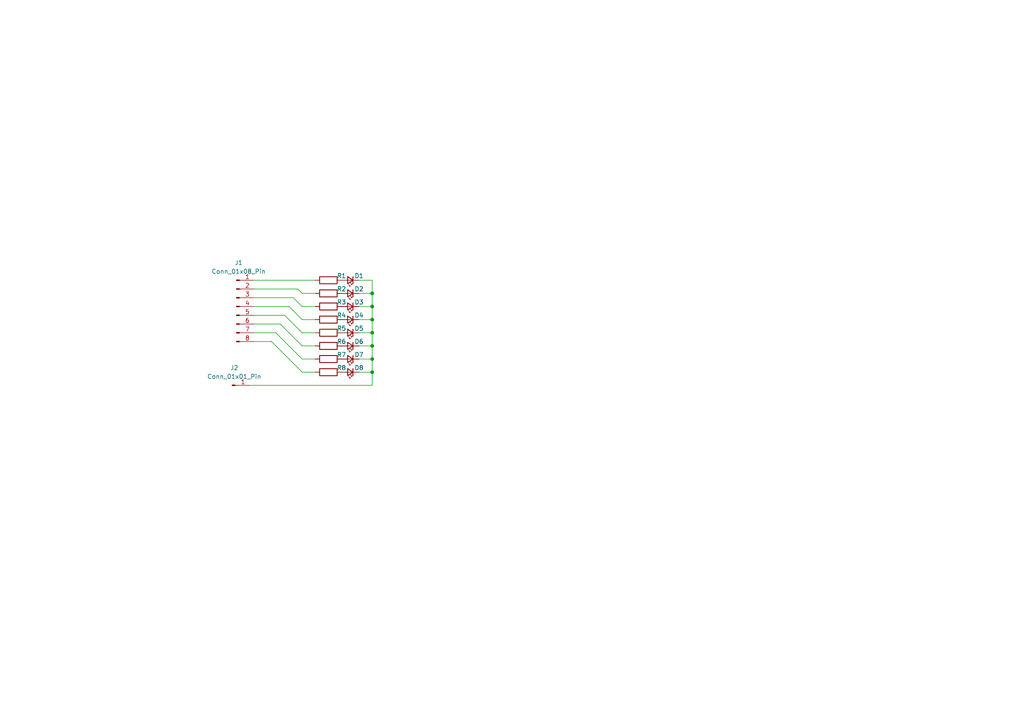
<source format=kicad_sch>
(kicad_sch (version 20230121) (generator eeschema)
  (paper "A4")
  (lib_symbols
    (symbol "Connector:Conn_01x01_Pin" (pin_names (offset 1.016) hide)
      (property "Reference" "J" (at 0 2.54 0))
      (property "Value" "Conn_01x01_Pin" (at 0 -2.54 0))
      (symbol "Conn_01x01_Pin_1_1"
        (polyline (pts (xy 1.27 0) (xy 0.8636 0)) (stroke (width 0.1524)))
        (rectangle (start 0.8636 0.127) (end 0 -0.127) (stroke (width 0.1524)) (fill (type outline)))
        (pin passive line (at 5.08 0 180) (length 3.81) (name "Pin_1") (number "1"))
      )
    )
    (symbol "Connector:Conn_01x08_Pin" (pin_names (offset 1.016) hide)
      (property "Reference" "J" (at 0 10.16 0))
      (property "Value" "Conn_01x08_Pin" (at 0 -12.7 0))
      (symbol "Conn_01x08_Pin_1_1"
        (polyline (pts (xy 1.27 -10.16) (xy 0.8636 -10.16)) (stroke (width 0.1524)))
        (polyline (pts (xy 1.27 -7.62) (xy 0.8636 -7.62)) (stroke (width 0.1524)))
        (polyline (pts (xy 1.27 -5.08) (xy 0.8636 -5.08)) (stroke (width 0.1524)))
        (polyline (pts (xy 1.27 -2.54) (xy 0.8636 -2.54)) (stroke (width 0.1524)))
        (polyline (pts (xy 1.27 0) (xy 0.8636 0)) (stroke (width 0.1524)))
        (polyline (pts (xy 1.27 2.54) (xy 0.8636 2.54)) (stroke (width 0.1524)))
        (polyline (pts (xy 1.27 5.08) (xy 0.8636 5.08)) (stroke (width 0.1524)))
        (polyline (pts (xy 1.27 7.62) (xy 0.8636 7.62)) (stroke (width 0.1524)))
        (rectangle (start 0.8636 -10.033) (end 0 -10.287) (stroke (width 0.1524)) (fill (type outline)))
        (rectangle (start 0.8636 -7.493) (end 0 -7.747) (stroke (width 0.1524)) (fill (type outline)))
        (rectangle (start 0.8636 -4.953) (end 0 -5.207) (stroke (width 0.1524)) (fill (type outline)))
        (rectangle (start 0.8636 -2.413) (end 0 -2.667) (stroke (width 0.1524)) (fill (type outline)))
        (rectangle (start 0.8636 0.127) (end 0 -0.127) (stroke (width 0.1524)) (fill (type outline)))
        (rectangle (start 0.8636 2.667) (end 0 2.413) (stroke (width 0.1524)) (fill (type outline)))
        (rectangle (start 0.8636 5.207) (end 0 4.953) (stroke (width 0.1524)) (fill (type outline)))
        (rectangle (start 0.8636 7.747) (end 0 7.493) (stroke (width 0.1524)) (fill (type outline)))
        (pin passive line (at 5.08 7.62 180) (length 3.81) (name "Pin_1") (number "1"))
        (pin passive line (at 5.08 5.08 180) (length 3.81) (name "Pin_2") (number "2"))
        (pin passive line (at 5.08 2.54 180) (length 3.81) (name "Pin_3") (number "3"))
        (pin passive line (at 5.08 0 180) (length 3.81) (name "Pin_4") (number "4"))
        (pin passive line (at 5.08 -2.54 180) (length 3.81) (name "Pin_5") (number "5"))
        (pin passive line (at 5.08 -5.08 180) (length 3.81) (name "Pin_6") (number "6"))
        (pin passive line (at 5.08 -7.62 180) (length 3.81) (name "Pin_7") (number "7"))
        (pin passive line (at 5.08 -10.16 180) (length 3.81) (name "Pin_8") (number "8"))
      )
    )
    (symbol "Device:LED_Small" (pin_numbers hide) (pin_names (offset 0.254) hide)
      (property "Reference" "D" (at -1.27 3.175 0))
      (property "Value" "LED_Small" (at -4.445 -2.54 0))
      (symbol "LED_Small_0_1"
        (polyline (pts (xy -0.762 -1.016) (xy -0.762 1.016)) (stroke (width 0.254)))
        (polyline (pts (xy 1.016 0) (xy -0.762 0)))
        (polyline (pts (xy 0.762 -1.016) (xy -0.762 0) (xy 0.762 1.016) (xy 0.762 -1.016)) (stroke (width 0.254)))
        (polyline (pts (xy 0 0.762) (xy -0.508 1.27) (xy -0.254 1.27) (xy -0.508 1.27) (xy -0.508 1.016)))
        (polyline (pts (xy 0.508 1.27) (xy 0 1.778) (xy 0.254 1.778) (xy 0 1.778) (xy 0 1.524)))
      )
      (symbol "LED_Small_1_1"
        (pin passive line (at -2.54 0 0) (length 1.778) (name "K") (number "1"))
        (pin passive line (at 2.54 0 180) (length 1.778) (name "A") (number "2"))
      )
    )
    (symbol "Device:R" (pin_numbers hide) (pin_names (offset 0))
      (property "Reference" "R" (at 2.032 0 90))
      (property "Value" "R" (at 0 0 90))
      (symbol "R_0_1"
        (rectangle (start -1.016 -2.54) (end 1.016 2.54) (stroke (width 0.254)))
      )
      (symbol "R_1_1"
        (pin passive line (at 0 3.81 270) (length 1.27) (name "~") (number "1"))
        (pin passive line (at 0 -3.81 90) (length 1.27) (name "~") (number "2"))
      )
    )
  )
  (junction (at 107.95 100.33))
  (junction (at 107.95 96.52))
  (junction (at 107.95 107.95))
  (junction (at 107.95 85.09))
  (junction (at 107.95 88.9))
  (junction (at 107.95 92.71))
  (junction (at 107.95 104.14))
  (wire (pts (xy 83.82 88.9) (xy 87.63 92.71)))
  (wire (pts (xy 107.95 100.33) (xy 107.95 104.14)))
  (wire (pts (xy 86.36 83.82) (xy 87.63 85.09)))
  (wire (pts (xy 104.14 96.52) (xy 107.95 96.52)))
  (wire (pts (xy 87.63 85.09) (xy 91.44 85.09)))
  (wire (pts (xy 107.95 81.28) (xy 107.95 85.09)))
  (wire (pts (xy 81.28 93.98) (xy 87.63 100.33)))
  (wire (pts (xy 73.66 81.28) (xy 91.44 81.28)))
  (wire (pts (xy 104.14 107.95) (xy 107.95 107.95)))
  (wire (pts (xy 107.95 88.9) (xy 107.95 92.71)))
  (wire (pts (xy 73.66 91.44) (xy 82.55 91.44)))
  (wire (pts (xy 87.63 100.33) (xy 91.44 100.33)))
  (wire (pts (xy 104.14 85.09) (xy 107.95 85.09)))
  (wire (pts (xy 104.14 81.28) (xy 107.95 81.28)))
  (wire (pts (xy 104.14 104.14) (xy 107.95 104.14)))
  (wire (pts (xy 73.66 88.9) (xy 83.82 88.9)))
  (wire (pts (xy 107.95 96.52) (xy 107.95 100.33)))
  (wire (pts (xy 104.14 88.9) (xy 107.95 88.9)))
  (wire (pts (xy 104.14 100.33) (xy 107.95 100.33)))
  (wire (pts (xy 72.39 111.76) (xy 107.95 111.76)))
  (wire (pts (xy 107.95 107.95) (xy 107.95 111.76)))
  (wire (pts (xy 82.55 91.44) (xy 87.63 96.52)))
  (wire (pts (xy 104.14 92.71) (xy 107.95 92.71)))
  (wire (pts (xy 85.09 86.36) (xy 87.63 88.9)))
  (wire (pts (xy 87.63 88.9) (xy 91.44 88.9)))
  (wire (pts (xy 87.63 104.14) (xy 91.44 104.14)))
  (wire (pts (xy 73.66 99.06) (xy 78.74 99.06)))
  (wire (pts (xy 87.63 107.95) (xy 91.44 107.95)))
  (wire (pts (xy 78.74 99.06) (xy 87.63 107.95)))
  (wire (pts (xy 73.66 93.98) (xy 81.28 93.98)))
  (wire (pts (xy 73.66 96.52) (xy 80.01 96.52)))
  (wire (pts (xy 73.66 83.82) (xy 86.36 83.82)))
  (wire (pts (xy 107.95 92.71) (xy 107.95 96.52)))
  (wire (pts (xy 80.01 96.52) (xy 87.63 104.14)))
  (wire (pts (xy 107.95 85.09) (xy 107.95 88.9)))
  (wire (pts (xy 73.66 86.36) (xy 85.09 86.36)))
  (wire (pts (xy 87.63 92.71) (xy 91.44 92.71)))
  (wire (pts (xy 87.63 96.52) (xy 91.44 96.52)))
  (wire (pts (xy 107.95 104.14) (xy 107.95 107.95)))
  (symbol (lib_id "Device:R") (at 95.25 81.28 90) (unit 1)
    (property "Reference" "R1" (at 99.06 80.01 90))
    (property "Value" "R" (effects hide))
    (property "Footprint" "Resistor_SMD:R_0603_1608Metric" (effects hide))
  )
  (symbol (lib_id "Device:LED_Small") (at 101.6 81.28 180) (unit 1)
    (property "Reference" "D1" (at 104.14 80.01 0))
    (property "Value" "LED_Small" (effects hide))
    (property "Footprint" "LED_SMD:LED_0603_1608Metric" (effects hide))
  )
  (symbol (lib_id "Device:R") (at 95.25 88.9 90) (unit 1)
    (property "Reference" "R3" (at 99.06 87.63 90))
    (property "Value" "R" (effects hide))
    (property "Footprint" "Resistor_SMD:R_0603_1608Metric" (effects hide))
  )
  (symbol (lib_id "Connector:Conn_01x08_Pin") (at 68.58 88.9 0) (unit 1)
    (property "Reference" "J1" (at 69.215 76.2 0))
    (property "Value" "Conn_01x08_Pin" (at 69.215 78.74 0))
    (property "Footprint" "Connector_PinHeader_2.54mm:PinHeader_1x08_P2.54mm_Vertical" (effects hide))
  )
  (symbol (lib_id "Connector:Conn_01x01_Pin") (at 67.31 111.76 0) (unit 1)
    (property "Reference" "J2" (at 67.945 106.68 0))
    (property "Value" "Conn_01x01_Pin" (at 67.945 109.22 0))
    (property "Footprint" "Connector_PinHeader_2.54mm:PinHeader_1x01_P2.54mm_Vertical" (effects hide))
  )
  (symbol (lib_id "Device:R") (at 95.25 104.14 90) (unit 1)
    (property "Reference" "R7" (at 99.06 102.87 90))
    (property "Value" "R" (effects hide))
    (property "Footprint" "Resistor_SMD:R_0603_1608Metric" (effects hide))
  )
  (symbol (lib_id "Device:LED_Small") (at 101.6 85.09 180) (unit 1)
    (property "Reference" "D2" (at 104.14 83.82 0))
    (property "Value" "LED_Small" (effects hide))
    (property "Footprint" "LED_SMD:LED_0603_1608Metric" (effects hide))
  )
  (symbol (lib_id "Device:R") (at 95.25 107.95 90) (unit 1)
    (property "Reference" "R8" (at 99.06 106.68 90))
    (property "Value" "R" (effects hide))
    (property "Footprint" "Resistor_SMD:R_0603_1608Metric" (effects hide))
  )
  (symbol (lib_id "Device:LED_Small") (at 101.6 104.14 180) (unit 1)
    (property "Reference" "D7" (at 104.14 102.87 0))
    (property "Value" "LED_Small" (effects hide))
    (property "Footprint" "LED_SMD:LED_0603_1608Metric" (effects hide))
  )
  (symbol (lib_id "Device:R") (at 95.25 96.52 90) (unit 1)
    (property "Reference" "R5" (at 99.06 95.25 90))
    (property "Value" "R" (effects hide))
    (property "Footprint" "Resistor_SMD:R_0603_1608Metric" (effects hide))
  )
  (symbol (lib_id "Device:R") (at 95.25 85.09 90) (unit 1)
    (property "Reference" "R2" (at 99.06 83.82 90))
    (property "Value" "R" (effects hide))
    (property "Footprint" "Resistor_SMD:R_0603_1608Metric" (effects hide))
  )
  (symbol (lib_id "Device:R") (at 95.25 100.33 90) (unit 1)
    (property "Reference" "R6" (at 99.06 99.06 90))
    (property "Value" "R" (effects hide))
    (property "Footprint" "Resistor_SMD:R_0603_1608Metric" (effects hide))
  )
  (symbol (lib_id "Device:LED_Small") (at 101.6 107.95 180) (unit 1)
    (property "Reference" "D8" (at 104.14 106.68 0))
    (property "Value" "LED_Small" (effects hide))
    (property "Footprint" "LED_SMD:LED_0603_1608Metric" (effects hide))
  )
  (symbol (lib_id "Device:R") (at 95.25 92.71 90) (unit 1)
    (property "Reference" "R4" (at 99.06 91.44 90))
    (property "Value" "R" (effects hide))
    (property "Footprint" "Resistor_SMD:R_0603_1608Metric" (effects hide))
  )
  (symbol (lib_id "Device:LED_Small") (at 101.6 92.71 180) (unit 1)
    (property "Reference" "D4" (at 104.14 91.44 0))
    (property "Value" "LED_Small" (effects hide))
    (property "Footprint" "LED_SMD:LED_0603_1608Metric" (effects hide))
  )
  (symbol (lib_id "Device:LED_Small") (at 101.6 88.9 180) (unit 1)
    (property "Reference" "D3" (at 104.14 87.63 0))
    (property "Value" "LED_Small" (effects hide))
    (property "Footprint" "LED_SMD:LED_0603_1608Metric" (effects hide))
  )
  (symbol (lib_id "Device:LED_Small") (at 101.6 100.33 180) (unit 1)
    (property "Reference" "D6" (at 104.14 99.06 0))
    (property "Value" "LED_Small" (effects hide))
    (property "Footprint" "LED_SMD:LED_0603_1608Metric" (effects hide))
  )
  (symbol (lib_id "Device:LED_Small") (at 101.6 96.52 180) (unit 1)
    (property "Reference" "D5" (at 104.14 95.25 0))
    (property "Value" "LED_Small" (effects hide))
    (property "Footprint" "LED_SMD:LED_0603_1608Metric" (effects hide))
  )
)
</source>
